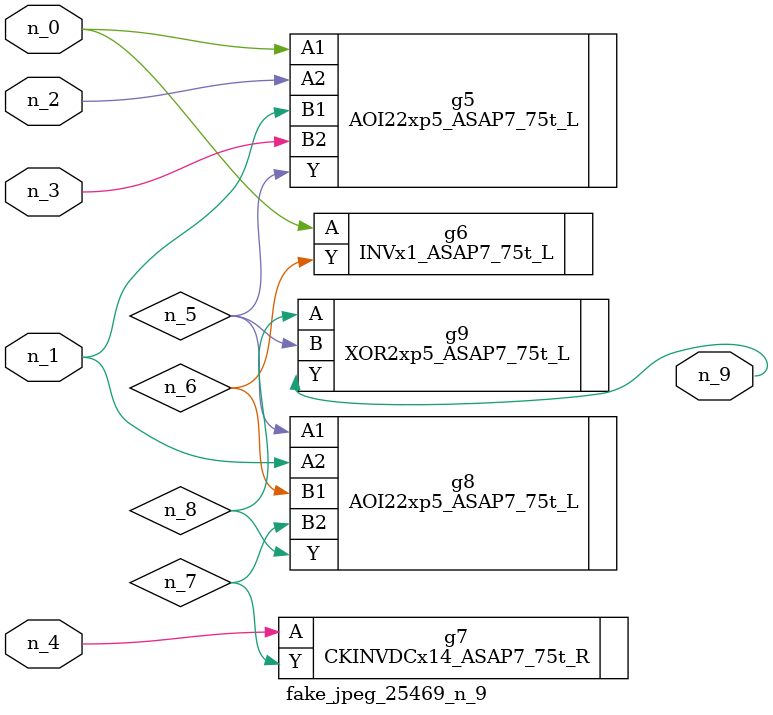
<source format=v>
module fake_jpeg_25469_n_9 (n_3, n_2, n_1, n_0, n_4, n_9);

input n_3;
input n_2;
input n_1;
input n_0;
input n_4;

output n_9;

wire n_8;
wire n_6;
wire n_5;
wire n_7;

AOI22xp5_ASAP7_75t_L g5 ( 
.A1(n_0),
.A2(n_2),
.B1(n_1),
.B2(n_3),
.Y(n_5)
);

INVx1_ASAP7_75t_L g6 ( 
.A(n_0),
.Y(n_6)
);

CKINVDCx14_ASAP7_75t_R g7 ( 
.A(n_4),
.Y(n_7)
);

AOI22xp5_ASAP7_75t_L g8 ( 
.A1(n_5),
.A2(n_1),
.B1(n_6),
.B2(n_7),
.Y(n_8)
);

XOR2xp5_ASAP7_75t_L g9 ( 
.A(n_8),
.B(n_5),
.Y(n_9)
);


endmodule
</source>
